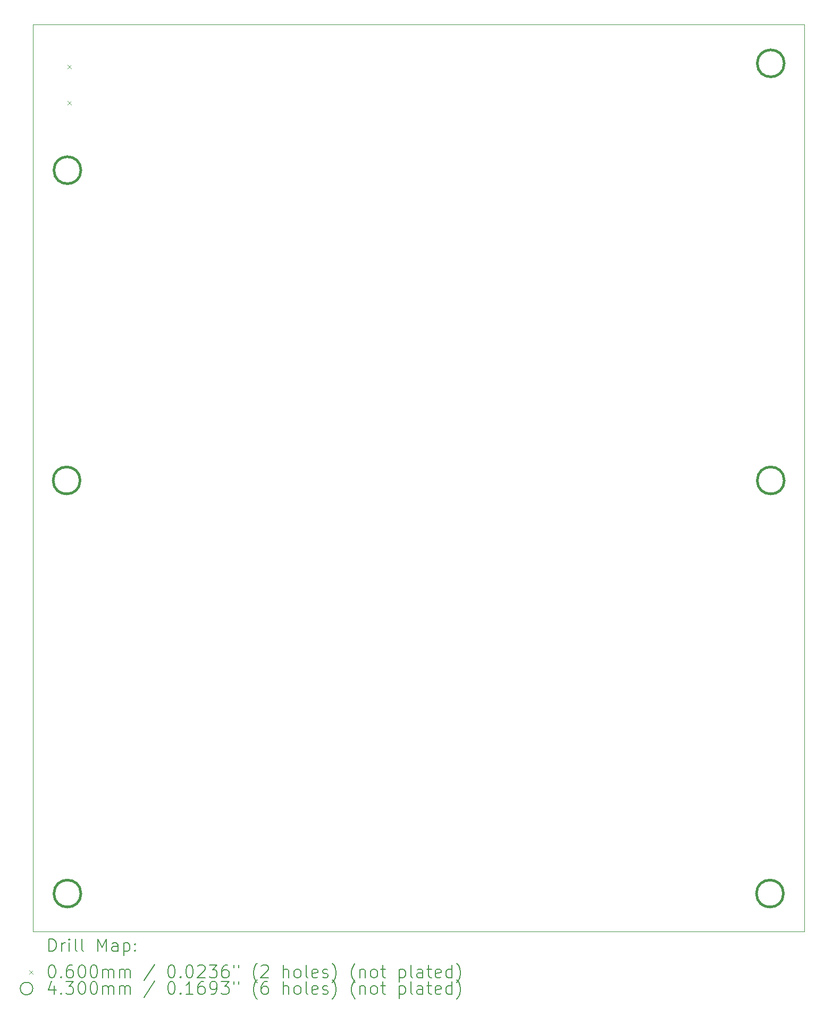
<source format=gbr>
%TF.GenerationSoftware,KiCad,Pcbnew,(6.0.7)*%
%TF.CreationDate,2022-10-24T14:50:31-04:00*%
%TF.ProjectId,LabPowerSupply,4c616250-6f77-4657-9253-7570706c792e,rev?*%
%TF.SameCoordinates,Original*%
%TF.FileFunction,Drillmap*%
%TF.FilePolarity,Positive*%
%FSLAX45Y45*%
G04 Gerber Fmt 4.5, Leading zero omitted, Abs format (unit mm)*
G04 Created by KiCad (PCBNEW (6.0.7)) date 2022-10-24 14:50:31*
%MOMM*%
%LPD*%
G01*
G04 APERTURE LIST*
%ADD10C,0.100000*%
%ADD11C,0.200000*%
%ADD12C,0.060000*%
%ADD13C,0.430000*%
G04 APERTURE END LIST*
D10*
X3581400Y-3067050D02*
X15862300Y-3067050D01*
X15862300Y-3067050D02*
X15862300Y-17506950D01*
X15862300Y-17506950D02*
X3581400Y-17506950D01*
X3581400Y-17506950D02*
X3581400Y-3067050D01*
D11*
D12*
X4128200Y-3706900D02*
X4188200Y-3766900D01*
X4188200Y-3706900D02*
X4128200Y-3766900D01*
X4128200Y-4284900D02*
X4188200Y-4344900D01*
X4188200Y-4284900D02*
X4128200Y-4344900D01*
D13*
X4329800Y-10325100D02*
G75*
G03*
X4329800Y-10325100I-215000J0D01*
G01*
X4342500Y-5384800D02*
G75*
G03*
X4342500Y-5384800I-215000J0D01*
G01*
X4342500Y-16903700D02*
G75*
G03*
X4342500Y-16903700I-215000J0D01*
G01*
X15531200Y-16903700D02*
G75*
G03*
X15531200Y-16903700I-215000J0D01*
G01*
X15543900Y-3683000D02*
G75*
G03*
X15543900Y-3683000I-215000J0D01*
G01*
X15543900Y-10325100D02*
G75*
G03*
X15543900Y-10325100I-215000J0D01*
G01*
D11*
X3834019Y-17822426D02*
X3834019Y-17622426D01*
X3881638Y-17622426D01*
X3910209Y-17631950D01*
X3929257Y-17650998D01*
X3938781Y-17670045D01*
X3948305Y-17708140D01*
X3948305Y-17736712D01*
X3938781Y-17774807D01*
X3929257Y-17793855D01*
X3910209Y-17812902D01*
X3881638Y-17822426D01*
X3834019Y-17822426D01*
X4034019Y-17822426D02*
X4034019Y-17689093D01*
X4034019Y-17727188D02*
X4043543Y-17708140D01*
X4053067Y-17698617D01*
X4072114Y-17689093D01*
X4091162Y-17689093D01*
X4157828Y-17822426D02*
X4157828Y-17689093D01*
X4157828Y-17622426D02*
X4148305Y-17631950D01*
X4157828Y-17641474D01*
X4167352Y-17631950D01*
X4157828Y-17622426D01*
X4157828Y-17641474D01*
X4281638Y-17822426D02*
X4262590Y-17812902D01*
X4253067Y-17793855D01*
X4253067Y-17622426D01*
X4386400Y-17822426D02*
X4367352Y-17812902D01*
X4357829Y-17793855D01*
X4357829Y-17622426D01*
X4614971Y-17822426D02*
X4614971Y-17622426D01*
X4681638Y-17765283D01*
X4748305Y-17622426D01*
X4748305Y-17822426D01*
X4929257Y-17822426D02*
X4929257Y-17717664D01*
X4919733Y-17698617D01*
X4900686Y-17689093D01*
X4862590Y-17689093D01*
X4843543Y-17698617D01*
X4929257Y-17812902D02*
X4910210Y-17822426D01*
X4862590Y-17822426D01*
X4843543Y-17812902D01*
X4834019Y-17793855D01*
X4834019Y-17774807D01*
X4843543Y-17755760D01*
X4862590Y-17746236D01*
X4910210Y-17746236D01*
X4929257Y-17736712D01*
X5024495Y-17689093D02*
X5024495Y-17889093D01*
X5024495Y-17698617D02*
X5043543Y-17689093D01*
X5081638Y-17689093D01*
X5100686Y-17698617D01*
X5110210Y-17708140D01*
X5119733Y-17727188D01*
X5119733Y-17784331D01*
X5110210Y-17803379D01*
X5100686Y-17812902D01*
X5081638Y-17822426D01*
X5043543Y-17822426D01*
X5024495Y-17812902D01*
X5205448Y-17803379D02*
X5214971Y-17812902D01*
X5205448Y-17822426D01*
X5195924Y-17812902D01*
X5205448Y-17803379D01*
X5205448Y-17822426D01*
X5205448Y-17698617D02*
X5214971Y-17708140D01*
X5205448Y-17717664D01*
X5195924Y-17708140D01*
X5205448Y-17698617D01*
X5205448Y-17717664D01*
D12*
X3516400Y-18121950D02*
X3576400Y-18181950D01*
X3576400Y-18121950D02*
X3516400Y-18181950D01*
D11*
X3872114Y-18042426D02*
X3891162Y-18042426D01*
X3910209Y-18051950D01*
X3919733Y-18061474D01*
X3929257Y-18080521D01*
X3938781Y-18118617D01*
X3938781Y-18166236D01*
X3929257Y-18204331D01*
X3919733Y-18223379D01*
X3910209Y-18232902D01*
X3891162Y-18242426D01*
X3872114Y-18242426D01*
X3853067Y-18232902D01*
X3843543Y-18223379D01*
X3834019Y-18204331D01*
X3824495Y-18166236D01*
X3824495Y-18118617D01*
X3834019Y-18080521D01*
X3843543Y-18061474D01*
X3853067Y-18051950D01*
X3872114Y-18042426D01*
X4024495Y-18223379D02*
X4034019Y-18232902D01*
X4024495Y-18242426D01*
X4014971Y-18232902D01*
X4024495Y-18223379D01*
X4024495Y-18242426D01*
X4205448Y-18042426D02*
X4167352Y-18042426D01*
X4148305Y-18051950D01*
X4138781Y-18061474D01*
X4119733Y-18090045D01*
X4110209Y-18128140D01*
X4110209Y-18204331D01*
X4119733Y-18223379D01*
X4129257Y-18232902D01*
X4148305Y-18242426D01*
X4186400Y-18242426D01*
X4205448Y-18232902D01*
X4214971Y-18223379D01*
X4224495Y-18204331D01*
X4224495Y-18156712D01*
X4214971Y-18137664D01*
X4205448Y-18128140D01*
X4186400Y-18118617D01*
X4148305Y-18118617D01*
X4129257Y-18128140D01*
X4119733Y-18137664D01*
X4110209Y-18156712D01*
X4348305Y-18042426D02*
X4367352Y-18042426D01*
X4386400Y-18051950D01*
X4395924Y-18061474D01*
X4405448Y-18080521D01*
X4414971Y-18118617D01*
X4414971Y-18166236D01*
X4405448Y-18204331D01*
X4395924Y-18223379D01*
X4386400Y-18232902D01*
X4367352Y-18242426D01*
X4348305Y-18242426D01*
X4329257Y-18232902D01*
X4319733Y-18223379D01*
X4310210Y-18204331D01*
X4300686Y-18166236D01*
X4300686Y-18118617D01*
X4310210Y-18080521D01*
X4319733Y-18061474D01*
X4329257Y-18051950D01*
X4348305Y-18042426D01*
X4538781Y-18042426D02*
X4557829Y-18042426D01*
X4576876Y-18051950D01*
X4586400Y-18061474D01*
X4595924Y-18080521D01*
X4605448Y-18118617D01*
X4605448Y-18166236D01*
X4595924Y-18204331D01*
X4586400Y-18223379D01*
X4576876Y-18232902D01*
X4557829Y-18242426D01*
X4538781Y-18242426D01*
X4519733Y-18232902D01*
X4510210Y-18223379D01*
X4500686Y-18204331D01*
X4491162Y-18166236D01*
X4491162Y-18118617D01*
X4500686Y-18080521D01*
X4510210Y-18061474D01*
X4519733Y-18051950D01*
X4538781Y-18042426D01*
X4691162Y-18242426D02*
X4691162Y-18109093D01*
X4691162Y-18128140D02*
X4700686Y-18118617D01*
X4719733Y-18109093D01*
X4748305Y-18109093D01*
X4767352Y-18118617D01*
X4776876Y-18137664D01*
X4776876Y-18242426D01*
X4776876Y-18137664D02*
X4786400Y-18118617D01*
X4805448Y-18109093D01*
X4834019Y-18109093D01*
X4853067Y-18118617D01*
X4862590Y-18137664D01*
X4862590Y-18242426D01*
X4957829Y-18242426D02*
X4957829Y-18109093D01*
X4957829Y-18128140D02*
X4967352Y-18118617D01*
X4986400Y-18109093D01*
X5014971Y-18109093D01*
X5034019Y-18118617D01*
X5043543Y-18137664D01*
X5043543Y-18242426D01*
X5043543Y-18137664D02*
X5053067Y-18118617D01*
X5072114Y-18109093D01*
X5100686Y-18109093D01*
X5119733Y-18118617D01*
X5129257Y-18137664D01*
X5129257Y-18242426D01*
X5519733Y-18032902D02*
X5348305Y-18290045D01*
X5776876Y-18042426D02*
X5795924Y-18042426D01*
X5814971Y-18051950D01*
X5824495Y-18061474D01*
X5834019Y-18080521D01*
X5843543Y-18118617D01*
X5843543Y-18166236D01*
X5834019Y-18204331D01*
X5824495Y-18223379D01*
X5814971Y-18232902D01*
X5795924Y-18242426D01*
X5776876Y-18242426D01*
X5757828Y-18232902D01*
X5748305Y-18223379D01*
X5738781Y-18204331D01*
X5729257Y-18166236D01*
X5729257Y-18118617D01*
X5738781Y-18080521D01*
X5748305Y-18061474D01*
X5757828Y-18051950D01*
X5776876Y-18042426D01*
X5929257Y-18223379D02*
X5938781Y-18232902D01*
X5929257Y-18242426D01*
X5919733Y-18232902D01*
X5929257Y-18223379D01*
X5929257Y-18242426D01*
X6062590Y-18042426D02*
X6081638Y-18042426D01*
X6100686Y-18051950D01*
X6110209Y-18061474D01*
X6119733Y-18080521D01*
X6129257Y-18118617D01*
X6129257Y-18166236D01*
X6119733Y-18204331D01*
X6110209Y-18223379D01*
X6100686Y-18232902D01*
X6081638Y-18242426D01*
X6062590Y-18242426D01*
X6043543Y-18232902D01*
X6034019Y-18223379D01*
X6024495Y-18204331D01*
X6014971Y-18166236D01*
X6014971Y-18118617D01*
X6024495Y-18080521D01*
X6034019Y-18061474D01*
X6043543Y-18051950D01*
X6062590Y-18042426D01*
X6205448Y-18061474D02*
X6214971Y-18051950D01*
X6234019Y-18042426D01*
X6281638Y-18042426D01*
X6300686Y-18051950D01*
X6310209Y-18061474D01*
X6319733Y-18080521D01*
X6319733Y-18099569D01*
X6310209Y-18128140D01*
X6195924Y-18242426D01*
X6319733Y-18242426D01*
X6386400Y-18042426D02*
X6510209Y-18042426D01*
X6443543Y-18118617D01*
X6472114Y-18118617D01*
X6491162Y-18128140D01*
X6500686Y-18137664D01*
X6510209Y-18156712D01*
X6510209Y-18204331D01*
X6500686Y-18223379D01*
X6491162Y-18232902D01*
X6472114Y-18242426D01*
X6414971Y-18242426D01*
X6395924Y-18232902D01*
X6386400Y-18223379D01*
X6681638Y-18042426D02*
X6643543Y-18042426D01*
X6624495Y-18051950D01*
X6614971Y-18061474D01*
X6595924Y-18090045D01*
X6586400Y-18128140D01*
X6586400Y-18204331D01*
X6595924Y-18223379D01*
X6605448Y-18232902D01*
X6624495Y-18242426D01*
X6662590Y-18242426D01*
X6681638Y-18232902D01*
X6691162Y-18223379D01*
X6700686Y-18204331D01*
X6700686Y-18156712D01*
X6691162Y-18137664D01*
X6681638Y-18128140D01*
X6662590Y-18118617D01*
X6624495Y-18118617D01*
X6605448Y-18128140D01*
X6595924Y-18137664D01*
X6586400Y-18156712D01*
X6776876Y-18042426D02*
X6776876Y-18080521D01*
X6853067Y-18042426D02*
X6853067Y-18080521D01*
X7148305Y-18318617D02*
X7138781Y-18309093D01*
X7119733Y-18280521D01*
X7110209Y-18261474D01*
X7100686Y-18232902D01*
X7091162Y-18185283D01*
X7091162Y-18147188D01*
X7100686Y-18099569D01*
X7110209Y-18070998D01*
X7119733Y-18051950D01*
X7138781Y-18023379D01*
X7148305Y-18013855D01*
X7214971Y-18061474D02*
X7224495Y-18051950D01*
X7243543Y-18042426D01*
X7291162Y-18042426D01*
X7310209Y-18051950D01*
X7319733Y-18061474D01*
X7329257Y-18080521D01*
X7329257Y-18099569D01*
X7319733Y-18128140D01*
X7205448Y-18242426D01*
X7329257Y-18242426D01*
X7567352Y-18242426D02*
X7567352Y-18042426D01*
X7653067Y-18242426D02*
X7653067Y-18137664D01*
X7643543Y-18118617D01*
X7624495Y-18109093D01*
X7595924Y-18109093D01*
X7576876Y-18118617D01*
X7567352Y-18128140D01*
X7776876Y-18242426D02*
X7757828Y-18232902D01*
X7748305Y-18223379D01*
X7738781Y-18204331D01*
X7738781Y-18147188D01*
X7748305Y-18128140D01*
X7757828Y-18118617D01*
X7776876Y-18109093D01*
X7805448Y-18109093D01*
X7824495Y-18118617D01*
X7834019Y-18128140D01*
X7843543Y-18147188D01*
X7843543Y-18204331D01*
X7834019Y-18223379D01*
X7824495Y-18232902D01*
X7805448Y-18242426D01*
X7776876Y-18242426D01*
X7957828Y-18242426D02*
X7938781Y-18232902D01*
X7929257Y-18213855D01*
X7929257Y-18042426D01*
X8110209Y-18232902D02*
X8091162Y-18242426D01*
X8053067Y-18242426D01*
X8034019Y-18232902D01*
X8024495Y-18213855D01*
X8024495Y-18137664D01*
X8034019Y-18118617D01*
X8053067Y-18109093D01*
X8091162Y-18109093D01*
X8110209Y-18118617D01*
X8119733Y-18137664D01*
X8119733Y-18156712D01*
X8024495Y-18175760D01*
X8195924Y-18232902D02*
X8214971Y-18242426D01*
X8253067Y-18242426D01*
X8272114Y-18232902D01*
X8281638Y-18213855D01*
X8281638Y-18204331D01*
X8272114Y-18185283D01*
X8253067Y-18175760D01*
X8224495Y-18175760D01*
X8205448Y-18166236D01*
X8195924Y-18147188D01*
X8195924Y-18137664D01*
X8205448Y-18118617D01*
X8224495Y-18109093D01*
X8253067Y-18109093D01*
X8272114Y-18118617D01*
X8348305Y-18318617D02*
X8357828Y-18309093D01*
X8376876Y-18280521D01*
X8386400Y-18261474D01*
X8395924Y-18232902D01*
X8405448Y-18185283D01*
X8405448Y-18147188D01*
X8395924Y-18099569D01*
X8386400Y-18070998D01*
X8376876Y-18051950D01*
X8357828Y-18023379D01*
X8348305Y-18013855D01*
X8710210Y-18318617D02*
X8700686Y-18309093D01*
X8681638Y-18280521D01*
X8672114Y-18261474D01*
X8662590Y-18232902D01*
X8653067Y-18185283D01*
X8653067Y-18147188D01*
X8662590Y-18099569D01*
X8672114Y-18070998D01*
X8681638Y-18051950D01*
X8700686Y-18023379D01*
X8710210Y-18013855D01*
X8786400Y-18109093D02*
X8786400Y-18242426D01*
X8786400Y-18128140D02*
X8795924Y-18118617D01*
X8814971Y-18109093D01*
X8843543Y-18109093D01*
X8862590Y-18118617D01*
X8872114Y-18137664D01*
X8872114Y-18242426D01*
X8995924Y-18242426D02*
X8976876Y-18232902D01*
X8967352Y-18223379D01*
X8957829Y-18204331D01*
X8957829Y-18147188D01*
X8967352Y-18128140D01*
X8976876Y-18118617D01*
X8995924Y-18109093D01*
X9024495Y-18109093D01*
X9043543Y-18118617D01*
X9053067Y-18128140D01*
X9062590Y-18147188D01*
X9062590Y-18204331D01*
X9053067Y-18223379D01*
X9043543Y-18232902D01*
X9024495Y-18242426D01*
X8995924Y-18242426D01*
X9119733Y-18109093D02*
X9195924Y-18109093D01*
X9148305Y-18042426D02*
X9148305Y-18213855D01*
X9157829Y-18232902D01*
X9176876Y-18242426D01*
X9195924Y-18242426D01*
X9414971Y-18109093D02*
X9414971Y-18309093D01*
X9414971Y-18118617D02*
X9434019Y-18109093D01*
X9472114Y-18109093D01*
X9491162Y-18118617D01*
X9500686Y-18128140D01*
X9510210Y-18147188D01*
X9510210Y-18204331D01*
X9500686Y-18223379D01*
X9491162Y-18232902D01*
X9472114Y-18242426D01*
X9434019Y-18242426D01*
X9414971Y-18232902D01*
X9624495Y-18242426D02*
X9605448Y-18232902D01*
X9595924Y-18213855D01*
X9595924Y-18042426D01*
X9786400Y-18242426D02*
X9786400Y-18137664D01*
X9776876Y-18118617D01*
X9757829Y-18109093D01*
X9719733Y-18109093D01*
X9700686Y-18118617D01*
X9786400Y-18232902D02*
X9767352Y-18242426D01*
X9719733Y-18242426D01*
X9700686Y-18232902D01*
X9691162Y-18213855D01*
X9691162Y-18194807D01*
X9700686Y-18175760D01*
X9719733Y-18166236D01*
X9767352Y-18166236D01*
X9786400Y-18156712D01*
X9853067Y-18109093D02*
X9929257Y-18109093D01*
X9881638Y-18042426D02*
X9881638Y-18213855D01*
X9891162Y-18232902D01*
X9910210Y-18242426D01*
X9929257Y-18242426D01*
X10072114Y-18232902D02*
X10053067Y-18242426D01*
X10014971Y-18242426D01*
X9995924Y-18232902D01*
X9986400Y-18213855D01*
X9986400Y-18137664D01*
X9995924Y-18118617D01*
X10014971Y-18109093D01*
X10053067Y-18109093D01*
X10072114Y-18118617D01*
X10081638Y-18137664D01*
X10081638Y-18156712D01*
X9986400Y-18175760D01*
X10253067Y-18242426D02*
X10253067Y-18042426D01*
X10253067Y-18232902D02*
X10234019Y-18242426D01*
X10195924Y-18242426D01*
X10176876Y-18232902D01*
X10167352Y-18223379D01*
X10157829Y-18204331D01*
X10157829Y-18147188D01*
X10167352Y-18128140D01*
X10176876Y-18118617D01*
X10195924Y-18109093D01*
X10234019Y-18109093D01*
X10253067Y-18118617D01*
X10329257Y-18318617D02*
X10338781Y-18309093D01*
X10357829Y-18280521D01*
X10367352Y-18261474D01*
X10376876Y-18232902D01*
X10386400Y-18185283D01*
X10386400Y-18147188D01*
X10376876Y-18099569D01*
X10367352Y-18070998D01*
X10357829Y-18051950D01*
X10338781Y-18023379D01*
X10329257Y-18013855D01*
X3576400Y-18415950D02*
G75*
G03*
X3576400Y-18415950I-100000J0D01*
G01*
X3919733Y-18373093D02*
X3919733Y-18506426D01*
X3872114Y-18296902D02*
X3824495Y-18439760D01*
X3948305Y-18439760D01*
X4024495Y-18487379D02*
X4034019Y-18496902D01*
X4024495Y-18506426D01*
X4014971Y-18496902D01*
X4024495Y-18487379D01*
X4024495Y-18506426D01*
X4100686Y-18306426D02*
X4224495Y-18306426D01*
X4157828Y-18382617D01*
X4186400Y-18382617D01*
X4205448Y-18392140D01*
X4214971Y-18401664D01*
X4224495Y-18420712D01*
X4224495Y-18468331D01*
X4214971Y-18487379D01*
X4205448Y-18496902D01*
X4186400Y-18506426D01*
X4129257Y-18506426D01*
X4110209Y-18496902D01*
X4100686Y-18487379D01*
X4348305Y-18306426D02*
X4367352Y-18306426D01*
X4386400Y-18315950D01*
X4395924Y-18325474D01*
X4405448Y-18344521D01*
X4414971Y-18382617D01*
X4414971Y-18430236D01*
X4405448Y-18468331D01*
X4395924Y-18487379D01*
X4386400Y-18496902D01*
X4367352Y-18506426D01*
X4348305Y-18506426D01*
X4329257Y-18496902D01*
X4319733Y-18487379D01*
X4310210Y-18468331D01*
X4300686Y-18430236D01*
X4300686Y-18382617D01*
X4310210Y-18344521D01*
X4319733Y-18325474D01*
X4329257Y-18315950D01*
X4348305Y-18306426D01*
X4538781Y-18306426D02*
X4557829Y-18306426D01*
X4576876Y-18315950D01*
X4586400Y-18325474D01*
X4595924Y-18344521D01*
X4605448Y-18382617D01*
X4605448Y-18430236D01*
X4595924Y-18468331D01*
X4586400Y-18487379D01*
X4576876Y-18496902D01*
X4557829Y-18506426D01*
X4538781Y-18506426D01*
X4519733Y-18496902D01*
X4510210Y-18487379D01*
X4500686Y-18468331D01*
X4491162Y-18430236D01*
X4491162Y-18382617D01*
X4500686Y-18344521D01*
X4510210Y-18325474D01*
X4519733Y-18315950D01*
X4538781Y-18306426D01*
X4691162Y-18506426D02*
X4691162Y-18373093D01*
X4691162Y-18392140D02*
X4700686Y-18382617D01*
X4719733Y-18373093D01*
X4748305Y-18373093D01*
X4767352Y-18382617D01*
X4776876Y-18401664D01*
X4776876Y-18506426D01*
X4776876Y-18401664D02*
X4786400Y-18382617D01*
X4805448Y-18373093D01*
X4834019Y-18373093D01*
X4853067Y-18382617D01*
X4862590Y-18401664D01*
X4862590Y-18506426D01*
X4957829Y-18506426D02*
X4957829Y-18373093D01*
X4957829Y-18392140D02*
X4967352Y-18382617D01*
X4986400Y-18373093D01*
X5014971Y-18373093D01*
X5034019Y-18382617D01*
X5043543Y-18401664D01*
X5043543Y-18506426D01*
X5043543Y-18401664D02*
X5053067Y-18382617D01*
X5072114Y-18373093D01*
X5100686Y-18373093D01*
X5119733Y-18382617D01*
X5129257Y-18401664D01*
X5129257Y-18506426D01*
X5519733Y-18296902D02*
X5348305Y-18554045D01*
X5776876Y-18306426D02*
X5795924Y-18306426D01*
X5814971Y-18315950D01*
X5824495Y-18325474D01*
X5834019Y-18344521D01*
X5843543Y-18382617D01*
X5843543Y-18430236D01*
X5834019Y-18468331D01*
X5824495Y-18487379D01*
X5814971Y-18496902D01*
X5795924Y-18506426D01*
X5776876Y-18506426D01*
X5757828Y-18496902D01*
X5748305Y-18487379D01*
X5738781Y-18468331D01*
X5729257Y-18430236D01*
X5729257Y-18382617D01*
X5738781Y-18344521D01*
X5748305Y-18325474D01*
X5757828Y-18315950D01*
X5776876Y-18306426D01*
X5929257Y-18487379D02*
X5938781Y-18496902D01*
X5929257Y-18506426D01*
X5919733Y-18496902D01*
X5929257Y-18487379D01*
X5929257Y-18506426D01*
X6129257Y-18506426D02*
X6014971Y-18506426D01*
X6072114Y-18506426D02*
X6072114Y-18306426D01*
X6053067Y-18334998D01*
X6034019Y-18354045D01*
X6014971Y-18363569D01*
X6300686Y-18306426D02*
X6262590Y-18306426D01*
X6243543Y-18315950D01*
X6234019Y-18325474D01*
X6214971Y-18354045D01*
X6205448Y-18392140D01*
X6205448Y-18468331D01*
X6214971Y-18487379D01*
X6224495Y-18496902D01*
X6243543Y-18506426D01*
X6281638Y-18506426D01*
X6300686Y-18496902D01*
X6310209Y-18487379D01*
X6319733Y-18468331D01*
X6319733Y-18420712D01*
X6310209Y-18401664D01*
X6300686Y-18392140D01*
X6281638Y-18382617D01*
X6243543Y-18382617D01*
X6224495Y-18392140D01*
X6214971Y-18401664D01*
X6205448Y-18420712D01*
X6414971Y-18506426D02*
X6453067Y-18506426D01*
X6472114Y-18496902D01*
X6481638Y-18487379D01*
X6500686Y-18458807D01*
X6510209Y-18420712D01*
X6510209Y-18344521D01*
X6500686Y-18325474D01*
X6491162Y-18315950D01*
X6472114Y-18306426D01*
X6434019Y-18306426D01*
X6414971Y-18315950D01*
X6405448Y-18325474D01*
X6395924Y-18344521D01*
X6395924Y-18392140D01*
X6405448Y-18411188D01*
X6414971Y-18420712D01*
X6434019Y-18430236D01*
X6472114Y-18430236D01*
X6491162Y-18420712D01*
X6500686Y-18411188D01*
X6510209Y-18392140D01*
X6576876Y-18306426D02*
X6700686Y-18306426D01*
X6634019Y-18382617D01*
X6662590Y-18382617D01*
X6681638Y-18392140D01*
X6691162Y-18401664D01*
X6700686Y-18420712D01*
X6700686Y-18468331D01*
X6691162Y-18487379D01*
X6681638Y-18496902D01*
X6662590Y-18506426D01*
X6605448Y-18506426D01*
X6586400Y-18496902D01*
X6576876Y-18487379D01*
X6776876Y-18306426D02*
X6776876Y-18344521D01*
X6853067Y-18306426D02*
X6853067Y-18344521D01*
X7148305Y-18582617D02*
X7138781Y-18573093D01*
X7119733Y-18544521D01*
X7110209Y-18525474D01*
X7100686Y-18496902D01*
X7091162Y-18449283D01*
X7091162Y-18411188D01*
X7100686Y-18363569D01*
X7110209Y-18334998D01*
X7119733Y-18315950D01*
X7138781Y-18287379D01*
X7148305Y-18277855D01*
X7310209Y-18306426D02*
X7272114Y-18306426D01*
X7253067Y-18315950D01*
X7243543Y-18325474D01*
X7224495Y-18354045D01*
X7214971Y-18392140D01*
X7214971Y-18468331D01*
X7224495Y-18487379D01*
X7234019Y-18496902D01*
X7253067Y-18506426D01*
X7291162Y-18506426D01*
X7310209Y-18496902D01*
X7319733Y-18487379D01*
X7329257Y-18468331D01*
X7329257Y-18420712D01*
X7319733Y-18401664D01*
X7310209Y-18392140D01*
X7291162Y-18382617D01*
X7253067Y-18382617D01*
X7234019Y-18392140D01*
X7224495Y-18401664D01*
X7214971Y-18420712D01*
X7567352Y-18506426D02*
X7567352Y-18306426D01*
X7653067Y-18506426D02*
X7653067Y-18401664D01*
X7643543Y-18382617D01*
X7624495Y-18373093D01*
X7595924Y-18373093D01*
X7576876Y-18382617D01*
X7567352Y-18392140D01*
X7776876Y-18506426D02*
X7757828Y-18496902D01*
X7748305Y-18487379D01*
X7738781Y-18468331D01*
X7738781Y-18411188D01*
X7748305Y-18392140D01*
X7757828Y-18382617D01*
X7776876Y-18373093D01*
X7805448Y-18373093D01*
X7824495Y-18382617D01*
X7834019Y-18392140D01*
X7843543Y-18411188D01*
X7843543Y-18468331D01*
X7834019Y-18487379D01*
X7824495Y-18496902D01*
X7805448Y-18506426D01*
X7776876Y-18506426D01*
X7957828Y-18506426D02*
X7938781Y-18496902D01*
X7929257Y-18477855D01*
X7929257Y-18306426D01*
X8110209Y-18496902D02*
X8091162Y-18506426D01*
X8053067Y-18506426D01*
X8034019Y-18496902D01*
X8024495Y-18477855D01*
X8024495Y-18401664D01*
X8034019Y-18382617D01*
X8053067Y-18373093D01*
X8091162Y-18373093D01*
X8110209Y-18382617D01*
X8119733Y-18401664D01*
X8119733Y-18420712D01*
X8024495Y-18439760D01*
X8195924Y-18496902D02*
X8214971Y-18506426D01*
X8253067Y-18506426D01*
X8272114Y-18496902D01*
X8281638Y-18477855D01*
X8281638Y-18468331D01*
X8272114Y-18449283D01*
X8253067Y-18439760D01*
X8224495Y-18439760D01*
X8205448Y-18430236D01*
X8195924Y-18411188D01*
X8195924Y-18401664D01*
X8205448Y-18382617D01*
X8224495Y-18373093D01*
X8253067Y-18373093D01*
X8272114Y-18382617D01*
X8348305Y-18582617D02*
X8357828Y-18573093D01*
X8376876Y-18544521D01*
X8386400Y-18525474D01*
X8395924Y-18496902D01*
X8405448Y-18449283D01*
X8405448Y-18411188D01*
X8395924Y-18363569D01*
X8386400Y-18334998D01*
X8376876Y-18315950D01*
X8357828Y-18287379D01*
X8348305Y-18277855D01*
X8710210Y-18582617D02*
X8700686Y-18573093D01*
X8681638Y-18544521D01*
X8672114Y-18525474D01*
X8662590Y-18496902D01*
X8653067Y-18449283D01*
X8653067Y-18411188D01*
X8662590Y-18363569D01*
X8672114Y-18334998D01*
X8681638Y-18315950D01*
X8700686Y-18287379D01*
X8710210Y-18277855D01*
X8786400Y-18373093D02*
X8786400Y-18506426D01*
X8786400Y-18392140D02*
X8795924Y-18382617D01*
X8814971Y-18373093D01*
X8843543Y-18373093D01*
X8862590Y-18382617D01*
X8872114Y-18401664D01*
X8872114Y-18506426D01*
X8995924Y-18506426D02*
X8976876Y-18496902D01*
X8967352Y-18487379D01*
X8957829Y-18468331D01*
X8957829Y-18411188D01*
X8967352Y-18392140D01*
X8976876Y-18382617D01*
X8995924Y-18373093D01*
X9024495Y-18373093D01*
X9043543Y-18382617D01*
X9053067Y-18392140D01*
X9062590Y-18411188D01*
X9062590Y-18468331D01*
X9053067Y-18487379D01*
X9043543Y-18496902D01*
X9024495Y-18506426D01*
X8995924Y-18506426D01*
X9119733Y-18373093D02*
X9195924Y-18373093D01*
X9148305Y-18306426D02*
X9148305Y-18477855D01*
X9157829Y-18496902D01*
X9176876Y-18506426D01*
X9195924Y-18506426D01*
X9414971Y-18373093D02*
X9414971Y-18573093D01*
X9414971Y-18382617D02*
X9434019Y-18373093D01*
X9472114Y-18373093D01*
X9491162Y-18382617D01*
X9500686Y-18392140D01*
X9510210Y-18411188D01*
X9510210Y-18468331D01*
X9500686Y-18487379D01*
X9491162Y-18496902D01*
X9472114Y-18506426D01*
X9434019Y-18506426D01*
X9414971Y-18496902D01*
X9624495Y-18506426D02*
X9605448Y-18496902D01*
X9595924Y-18477855D01*
X9595924Y-18306426D01*
X9786400Y-18506426D02*
X9786400Y-18401664D01*
X9776876Y-18382617D01*
X9757829Y-18373093D01*
X9719733Y-18373093D01*
X9700686Y-18382617D01*
X9786400Y-18496902D02*
X9767352Y-18506426D01*
X9719733Y-18506426D01*
X9700686Y-18496902D01*
X9691162Y-18477855D01*
X9691162Y-18458807D01*
X9700686Y-18439760D01*
X9719733Y-18430236D01*
X9767352Y-18430236D01*
X9786400Y-18420712D01*
X9853067Y-18373093D02*
X9929257Y-18373093D01*
X9881638Y-18306426D02*
X9881638Y-18477855D01*
X9891162Y-18496902D01*
X9910210Y-18506426D01*
X9929257Y-18506426D01*
X10072114Y-18496902D02*
X10053067Y-18506426D01*
X10014971Y-18506426D01*
X9995924Y-18496902D01*
X9986400Y-18477855D01*
X9986400Y-18401664D01*
X9995924Y-18382617D01*
X10014971Y-18373093D01*
X10053067Y-18373093D01*
X10072114Y-18382617D01*
X10081638Y-18401664D01*
X10081638Y-18420712D01*
X9986400Y-18439760D01*
X10253067Y-18506426D02*
X10253067Y-18306426D01*
X10253067Y-18496902D02*
X10234019Y-18506426D01*
X10195924Y-18506426D01*
X10176876Y-18496902D01*
X10167352Y-18487379D01*
X10157829Y-18468331D01*
X10157829Y-18411188D01*
X10167352Y-18392140D01*
X10176876Y-18382617D01*
X10195924Y-18373093D01*
X10234019Y-18373093D01*
X10253067Y-18382617D01*
X10329257Y-18582617D02*
X10338781Y-18573093D01*
X10357829Y-18544521D01*
X10367352Y-18525474D01*
X10376876Y-18496902D01*
X10386400Y-18449283D01*
X10386400Y-18411188D01*
X10376876Y-18363569D01*
X10367352Y-18334998D01*
X10357829Y-18315950D01*
X10338781Y-18287379D01*
X10329257Y-18277855D01*
M02*

</source>
